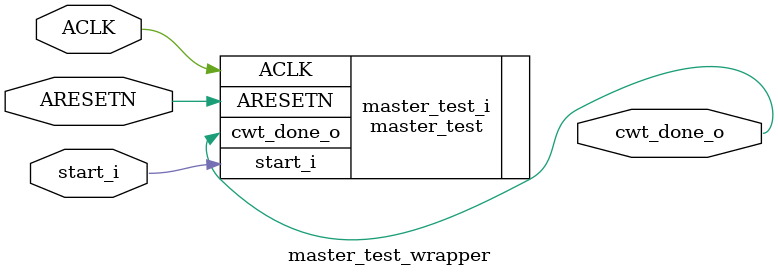
<source format=v>
`timescale 1 ps / 1 ps

module master_test_wrapper
   (ACLK,
    ARESETN,
    cwt_done_o,
    start_i);
  input ACLK;
  input ARESETN;
  output cwt_done_o;
  input start_i;

  wire ACLK;
  wire ARESETN;
  wire cwt_done_o;
  wire start_i;

  master_test master_test_i
       (.ACLK(ACLK),
        .ARESETN(ARESETN),
        .cwt_done_o(cwt_done_o),
        .start_i(start_i));
endmodule

</source>
